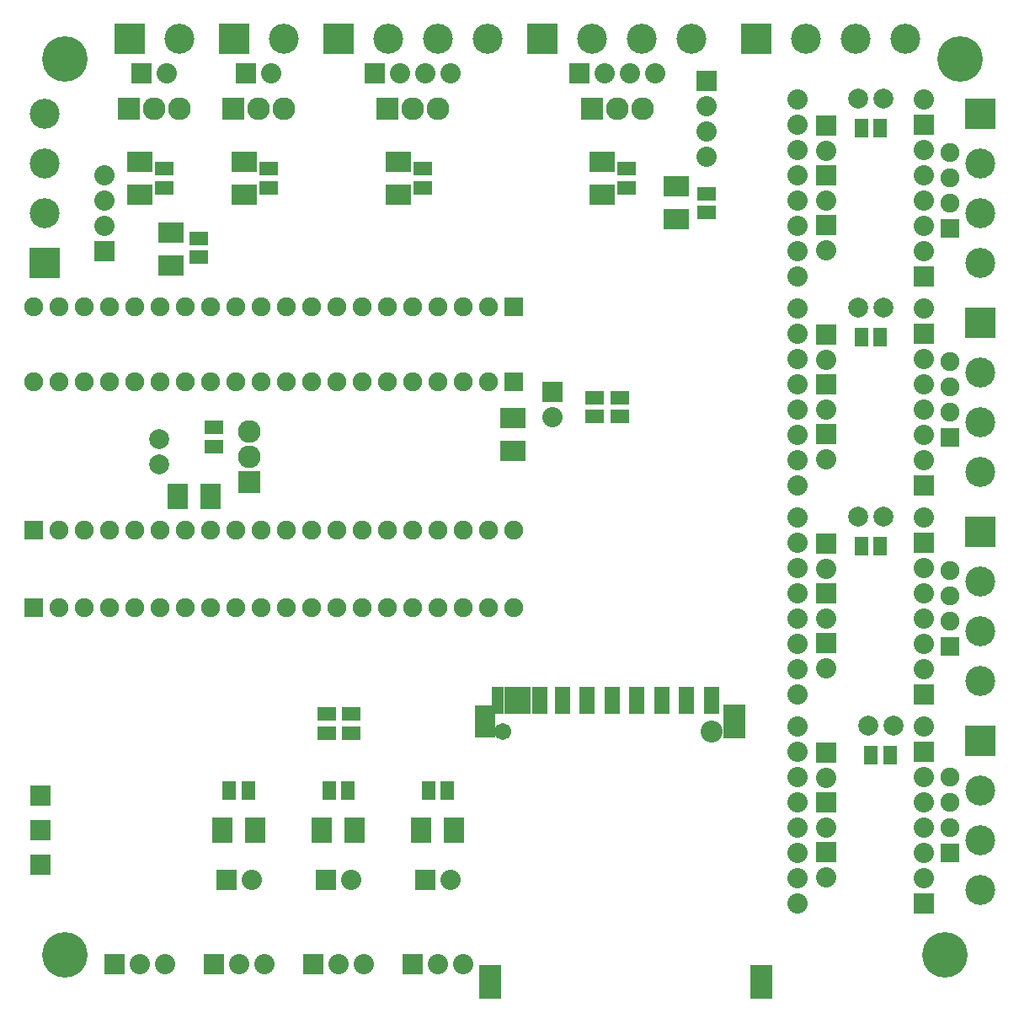
<source format=gts>
G04 (created by PCBNEW-RS274X (2012-01-19 BZR 3256)-stable) date 23/08/2012 8:13:32 PM*
G01*
G70*
G90*
%MOIN*%
G04 Gerber Fmt 3.4, Leading zero omitted, Abs format*
%FSLAX34Y34*%
G04 APERTURE LIST*
%ADD10C,0.006000*%
%ADD11R,0.075000X0.075000*%
%ADD12C,0.075000*%
%ADD13R,0.118400X0.118400*%
%ADD14C,0.118400*%
%ADD15R,0.075000X0.055000*%
%ADD16C,0.090000*%
%ADD17R,0.090000X0.090000*%
%ADD18R,0.080000X0.080000*%
%ADD19C,0.080000*%
%ADD20R,0.100000X0.080000*%
%ADD21R,0.080000X0.100000*%
%ADD22R,0.055000X0.075000*%
%ADD23C,0.079100*%
%ADD24C,0.180000*%
%ADD25R,0.090900X0.138100*%
%ADD26R,0.079100X0.130200*%
%ADD27R,0.047600X0.106600*%
%ADD28R,0.063300X0.106600*%
%ADD29C,0.067200*%
%ADD30C,0.086900*%
%ADD31R,0.063300X0.107000*%
G04 APERTURE END LIST*
G54D10*
G54D11*
X41733Y-38114D03*
G54D12*
X41733Y-37114D03*
X41733Y-36114D03*
X41733Y-35114D03*
G54D11*
X41733Y-13389D03*
G54D12*
X41733Y-12389D03*
X41733Y-11389D03*
X41733Y-10389D03*
G54D11*
X41733Y-21657D03*
G54D12*
X41733Y-20657D03*
X41733Y-19657D03*
X41733Y-18657D03*
G54D13*
X42914Y-25393D03*
G54D14*
X42914Y-27362D03*
X42914Y-29330D03*
X42914Y-31299D03*
G54D13*
X42914Y-33661D03*
G54D14*
X42914Y-35630D03*
X42914Y-37598D03*
X42914Y-39567D03*
G54D13*
X42914Y-17126D03*
G54D14*
X42914Y-19095D03*
X42914Y-21063D03*
X42914Y-23032D03*
G54D13*
X42914Y-08858D03*
G54D14*
X42914Y-10827D03*
X42914Y-12795D03*
X42914Y-14764D03*
G54D13*
X05906Y-14763D03*
G54D14*
X05906Y-12794D03*
X05906Y-10826D03*
X05906Y-08857D03*
G54D13*
X34056Y-05905D03*
G54D14*
X36025Y-05905D03*
X37993Y-05905D03*
X39962Y-05905D03*
G54D13*
X25591Y-05905D03*
G54D14*
X27560Y-05905D03*
X29528Y-05905D03*
X31497Y-05905D03*
G54D13*
X17521Y-05905D03*
G54D14*
X19490Y-05905D03*
X21458Y-05905D03*
X23427Y-05905D03*
G54D13*
X13387Y-05905D03*
G54D14*
X15356Y-05905D03*
G54D13*
X09253Y-05905D03*
G54D14*
X11222Y-05905D03*
G54D15*
X32087Y-12776D03*
X32087Y-12026D03*
X12008Y-14548D03*
X12008Y-13798D03*
X17048Y-33367D03*
X17048Y-32617D03*
X18032Y-33367D03*
X18032Y-32617D03*
X27659Y-20847D03*
X27659Y-20097D03*
X28643Y-20847D03*
X28643Y-20097D03*
X28938Y-11793D03*
X28938Y-11043D03*
X20867Y-11793D03*
X20867Y-11043D03*
X14765Y-11793D03*
X14765Y-11043D03*
G54D16*
X21473Y-08662D03*
X20473Y-08662D03*
G54D17*
X19473Y-08662D03*
G54D16*
X15371Y-08662D03*
X14371Y-08662D03*
G54D17*
X13371Y-08662D03*
G54D16*
X11237Y-08662D03*
X10237Y-08662D03*
G54D17*
X09237Y-08662D03*
G54D16*
X29544Y-08662D03*
X28544Y-08662D03*
G54D17*
X27544Y-08662D03*
G54D16*
X13977Y-21441D03*
X13977Y-22441D03*
G54D17*
X13977Y-23441D03*
G54D11*
X05461Y-28393D03*
G54D12*
X06461Y-28393D03*
X07461Y-28393D03*
X08461Y-28393D03*
X09461Y-28393D03*
X10461Y-28393D03*
X11461Y-28393D03*
X12461Y-28393D03*
X13461Y-28393D03*
X14461Y-28393D03*
X15461Y-28393D03*
X16461Y-28393D03*
X17461Y-28393D03*
X18461Y-28393D03*
X19461Y-28393D03*
X20461Y-28393D03*
X21461Y-28393D03*
X22461Y-28393D03*
X23461Y-28393D03*
X24461Y-28393D03*
X24461Y-25346D03*
X23461Y-25346D03*
X22461Y-25346D03*
X21461Y-25346D03*
X20461Y-25346D03*
X19461Y-25346D03*
X18461Y-25346D03*
X17461Y-25346D03*
X16461Y-25346D03*
X15461Y-25346D03*
X14461Y-25346D03*
X13461Y-25346D03*
X12461Y-25346D03*
X11461Y-25346D03*
X10461Y-25346D03*
X09461Y-25346D03*
X08461Y-25346D03*
X07461Y-25346D03*
X06461Y-25346D03*
G54D11*
X05461Y-25346D03*
X24461Y-16488D03*
G54D12*
X23461Y-16488D03*
X22461Y-16488D03*
X21461Y-16488D03*
X20461Y-16488D03*
X19461Y-16488D03*
X18461Y-16488D03*
X17461Y-16488D03*
X16461Y-16488D03*
X15461Y-16488D03*
X14461Y-16488D03*
X13461Y-16488D03*
X12461Y-16488D03*
X11461Y-16488D03*
X10461Y-16488D03*
X09461Y-16488D03*
X08461Y-16488D03*
X07461Y-16488D03*
X06461Y-16488D03*
X05461Y-16488D03*
X05461Y-19465D03*
X06461Y-19465D03*
X07461Y-19465D03*
X08461Y-19465D03*
X09461Y-19465D03*
X10461Y-19465D03*
X11461Y-19465D03*
X12461Y-19465D03*
X13461Y-19465D03*
X14461Y-19465D03*
X15461Y-19465D03*
X16461Y-19465D03*
X17461Y-19465D03*
X18461Y-19465D03*
X19461Y-19465D03*
X20461Y-19465D03*
X21461Y-19465D03*
X22461Y-19465D03*
X23461Y-19465D03*
G54D11*
X24461Y-19465D03*
G54D18*
X40691Y-15311D03*
G54D19*
X40691Y-14311D03*
X40691Y-13311D03*
X40691Y-12311D03*
X40691Y-11311D03*
X40691Y-10311D03*
G54D18*
X40691Y-09311D03*
G54D19*
X40691Y-08311D03*
X35691Y-08311D03*
X35691Y-09311D03*
X35691Y-10311D03*
X35691Y-11311D03*
X35691Y-12311D03*
X35691Y-13311D03*
X35691Y-14311D03*
X35691Y-15311D03*
G54D18*
X40691Y-31846D03*
G54D19*
X40691Y-30846D03*
X40691Y-29846D03*
X40691Y-28846D03*
X40691Y-27846D03*
X40691Y-26846D03*
G54D18*
X40691Y-25846D03*
G54D19*
X40691Y-24846D03*
X35691Y-24846D03*
X35691Y-25846D03*
X35691Y-26846D03*
X35691Y-27846D03*
X35691Y-28846D03*
X35691Y-29846D03*
X35691Y-30846D03*
X35691Y-31846D03*
G54D18*
X40691Y-23578D03*
G54D19*
X40691Y-22578D03*
X40691Y-21578D03*
X40691Y-20578D03*
X40691Y-19578D03*
X40691Y-18578D03*
G54D18*
X40691Y-17578D03*
G54D19*
X40691Y-16578D03*
X35691Y-16578D03*
X35691Y-17578D03*
X35691Y-18578D03*
X35691Y-19578D03*
X35691Y-20578D03*
X35691Y-21578D03*
X35691Y-22578D03*
X35691Y-23578D03*
G54D18*
X40691Y-40114D03*
G54D19*
X40691Y-39114D03*
X40691Y-38114D03*
X40691Y-37114D03*
X40691Y-36114D03*
X40691Y-35114D03*
G54D18*
X40691Y-34114D03*
G54D19*
X40691Y-33114D03*
X35691Y-33114D03*
X35691Y-34114D03*
X35691Y-35114D03*
X35691Y-36114D03*
X35691Y-37114D03*
X35691Y-38114D03*
X35691Y-39114D03*
X35691Y-40114D03*
G54D20*
X24410Y-20905D03*
X24410Y-22205D03*
G54D21*
X12933Y-37204D03*
X14233Y-37204D03*
X16870Y-37204D03*
X18170Y-37204D03*
X20808Y-37204D03*
X22108Y-37204D03*
X12462Y-24015D03*
X11162Y-24015D03*
G54D22*
X13958Y-35629D03*
X13208Y-35629D03*
G54D15*
X12599Y-21278D03*
X12599Y-22028D03*
G54D22*
X17895Y-35629D03*
X17145Y-35629D03*
X21833Y-35629D03*
X21083Y-35629D03*
X38603Y-34252D03*
X39353Y-34252D03*
X38209Y-17716D03*
X38959Y-17716D03*
X38209Y-25984D03*
X38959Y-25984D03*
X38209Y-09448D03*
X38959Y-09448D03*
G54D18*
X32087Y-07555D03*
G54D19*
X32087Y-08555D03*
X32087Y-09555D03*
X32087Y-10555D03*
G54D18*
X08268Y-14295D03*
G54D19*
X08268Y-13295D03*
X08268Y-12295D03*
X08268Y-11295D03*
G54D18*
X18973Y-07283D03*
G54D19*
X19973Y-07283D03*
X20973Y-07283D03*
X21973Y-07283D03*
G54D18*
X27044Y-07283D03*
G54D19*
X28044Y-07283D03*
X29044Y-07283D03*
X30044Y-07283D03*
G54D18*
X12583Y-42519D03*
G54D19*
X13583Y-42519D03*
X14583Y-42519D03*
G54D18*
X16520Y-42519D03*
G54D19*
X17520Y-42519D03*
X18520Y-42519D03*
G54D18*
X08646Y-42519D03*
G54D19*
X09646Y-42519D03*
X10646Y-42519D03*
G54D18*
X20457Y-42519D03*
G54D19*
X21457Y-42519D03*
X22457Y-42519D03*
G54D18*
X25985Y-19874D03*
G54D19*
X25985Y-20874D03*
G54D18*
X36813Y-27846D03*
G54D19*
X36813Y-28846D03*
G54D18*
X20958Y-39172D03*
G54D19*
X21958Y-39172D03*
G54D18*
X17020Y-39172D03*
G54D19*
X18020Y-39172D03*
G54D18*
X13083Y-39172D03*
G54D19*
X14083Y-39172D03*
G54D18*
X36813Y-13279D03*
G54D19*
X36813Y-14279D03*
G54D18*
X36813Y-29815D03*
G54D19*
X36813Y-30815D03*
G54D18*
X36813Y-11311D03*
G54D19*
X36813Y-12311D03*
G54D18*
X36813Y-09342D03*
G54D19*
X36813Y-10342D03*
G54D18*
X13871Y-07283D03*
G54D19*
X14871Y-07283D03*
G54D18*
X09737Y-07283D03*
G54D19*
X10737Y-07283D03*
G54D18*
X36813Y-34145D03*
G54D19*
X36813Y-35145D03*
G54D18*
X36813Y-17610D03*
G54D19*
X36813Y-18610D03*
G54D18*
X36813Y-36114D03*
G54D19*
X36813Y-37114D03*
G54D18*
X36813Y-19578D03*
G54D19*
X36813Y-20578D03*
G54D18*
X36813Y-38082D03*
G54D19*
X36813Y-39082D03*
G54D18*
X36813Y-21547D03*
G54D19*
X36813Y-22547D03*
G54D18*
X36813Y-25878D03*
G54D19*
X36813Y-26878D03*
G54D18*
X05709Y-37204D03*
X05709Y-38582D03*
X05709Y-35826D03*
G54D23*
X38084Y-24803D03*
X39084Y-24803D03*
X38084Y-16535D03*
X39084Y-16535D03*
X38478Y-33070D03*
X39478Y-33070D03*
X38084Y-08267D03*
X39084Y-08267D03*
X10434Y-22744D03*
X10434Y-21744D03*
G54D24*
X06694Y-06693D03*
X42127Y-06693D03*
X06694Y-42126D03*
X41537Y-42126D03*
G54D15*
X10631Y-11793D03*
X10631Y-11043D03*
G54D20*
X09646Y-12068D03*
X09646Y-10768D03*
X13781Y-12067D03*
X13781Y-10767D03*
X19883Y-12068D03*
X19883Y-10768D03*
X27954Y-12068D03*
X27954Y-10768D03*
X30906Y-13051D03*
X30906Y-11751D03*
X10906Y-14874D03*
X10906Y-13574D03*
G54D25*
X34262Y-43204D03*
X23514Y-43214D03*
G54D26*
X23318Y-32903D03*
G54D27*
X23840Y-32086D03*
X24312Y-32086D03*
G54D28*
X24824Y-32086D03*
X25493Y-32086D03*
X28346Y-32086D03*
X27362Y-32086D03*
X26378Y-32086D03*
X29331Y-32086D03*
X30315Y-32086D03*
X31299Y-32086D03*
G54D29*
X24016Y-33287D03*
G54D30*
X32284Y-33287D03*
G54D31*
X32284Y-32086D03*
G54D25*
X33200Y-32893D03*
G54D11*
X41733Y-29925D03*
G54D12*
X41733Y-28925D03*
X41733Y-27925D03*
X41733Y-26925D03*
M02*

</source>
